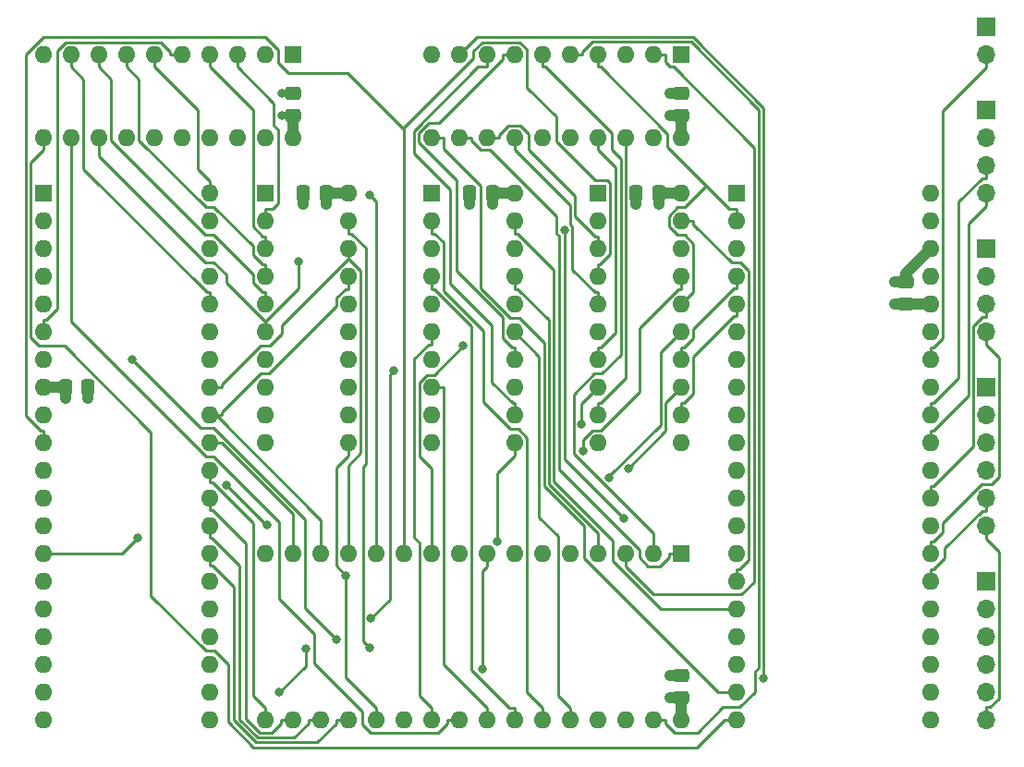
<source format=gbl>
G04 #@! TF.GenerationSoftware,KiCad,Pcbnew,6.0.5-a6ca702e91~116~ubuntu20.04.1*
G04 #@! TF.CreationDate,2022-05-31T07:59:30+02:00*
G04 #@! TF.ProjectId,PZ1_Pico,505a315f-5069-4636-9f2e-6b696361645f,rev?*
G04 #@! TF.SameCoordinates,Original*
G04 #@! TF.FileFunction,Copper,L4,Bot*
G04 #@! TF.FilePolarity,Positive*
%FSLAX46Y46*%
G04 Gerber Fmt 4.6, Leading zero omitted, Abs format (unit mm)*
G04 Created by KiCad (PCBNEW 6.0.5-a6ca702e91~116~ubuntu20.04.1) date 2022-05-31 07:59:30*
%MOMM*%
%LPD*%
G01*
G04 APERTURE LIST*
G04 Aperture macros list*
%AMRoundRect*
0 Rectangle with rounded corners*
0 $1 Rounding radius*
0 $2 $3 $4 $5 $6 $7 $8 $9 X,Y pos of 4 corners*
0 Add a 4 corners polygon primitive as box body*
4,1,4,$2,$3,$4,$5,$6,$7,$8,$9,$2,$3,0*
0 Add four circle primitives for the rounded corners*
1,1,$1+$1,$2,$3*
1,1,$1+$1,$4,$5*
1,1,$1+$1,$6,$7*
1,1,$1+$1,$8,$9*
0 Add four rect primitives between the rounded corners*
20,1,$1+$1,$2,$3,$4,$5,0*
20,1,$1+$1,$4,$5,$6,$7,0*
20,1,$1+$1,$6,$7,$8,$9,0*
20,1,$1+$1,$8,$9,$2,$3,0*%
G04 Aperture macros list end*
G04 #@! TA.AperFunction,ComponentPad*
%ADD10R,1.600000X1.600000*%
G04 #@! TD*
G04 #@! TA.AperFunction,ComponentPad*
%ADD11O,1.600000X1.600000*%
G04 #@! TD*
G04 #@! TA.AperFunction,ComponentPad*
%ADD12R,1.700000X1.700000*%
G04 #@! TD*
G04 #@! TA.AperFunction,ComponentPad*
%ADD13O,1.700000X1.700000*%
G04 #@! TD*
G04 #@! TA.AperFunction,SMDPad,CuDef*
%ADD14RoundRect,0.250000X0.337500X0.475000X-0.337500X0.475000X-0.337500X-0.475000X0.337500X-0.475000X0*%
G04 #@! TD*
G04 #@! TA.AperFunction,SMDPad,CuDef*
%ADD15RoundRect,0.250000X0.475000X-0.337500X0.475000X0.337500X-0.475000X0.337500X-0.475000X-0.337500X0*%
G04 #@! TD*
G04 #@! TA.AperFunction,SMDPad,CuDef*
%ADD16RoundRect,0.250000X-0.475000X0.337500X-0.475000X-0.337500X0.475000X-0.337500X0.475000X0.337500X0*%
G04 #@! TD*
G04 #@! TA.AperFunction,SMDPad,CuDef*
%ADD17RoundRect,0.250000X-0.337500X-0.475000X0.337500X-0.475000X0.337500X0.475000X-0.337500X0.475000X0*%
G04 #@! TD*
G04 #@! TA.AperFunction,ViaPad*
%ADD18C,0.800000*%
G04 #@! TD*
G04 #@! TA.AperFunction,Conductor*
%ADD19C,0.250000*%
G04 #@! TD*
G04 #@! TA.AperFunction,Conductor*
%ADD20C,0.635000*%
G04 #@! TD*
G04 #@! TA.AperFunction,Conductor*
%ADD21C,1.000000*%
G04 #@! TD*
G04 APERTURE END LIST*
D10*
X147320000Y-93980000D03*
D11*
X144780000Y-93980000D03*
X142240000Y-93980000D03*
X139700000Y-93980000D03*
X137160000Y-93980000D03*
X134620000Y-93980000D03*
X132080000Y-93980000D03*
X129540000Y-93980000D03*
X127000000Y-93980000D03*
X124460000Y-93980000D03*
X124460000Y-101600000D03*
X127000000Y-101600000D03*
X129540000Y-101600000D03*
X132080000Y-101600000D03*
X134620000Y-101600000D03*
X137160000Y-101600000D03*
X139700000Y-101600000D03*
X142240000Y-101600000D03*
X144780000Y-101600000D03*
X147320000Y-101600000D03*
D10*
X175260000Y-106685000D03*
D11*
X175260000Y-109225000D03*
X175260000Y-111765000D03*
X175260000Y-114305000D03*
X175260000Y-116845000D03*
X175260000Y-119385000D03*
X175260000Y-121925000D03*
X175260000Y-124465000D03*
X175260000Y-127005000D03*
X175260000Y-129545000D03*
X182880000Y-129545000D03*
X182880000Y-127005000D03*
X182880000Y-124465000D03*
X182880000Y-121925000D03*
X182880000Y-119385000D03*
X182880000Y-116845000D03*
X182880000Y-114305000D03*
X182880000Y-111765000D03*
X182880000Y-109225000D03*
X182880000Y-106685000D03*
D10*
X182880000Y-139720000D03*
D11*
X180340000Y-139720000D03*
X177800000Y-139720000D03*
X175260000Y-139720000D03*
X172720000Y-139720000D03*
X170180000Y-139720000D03*
X167640000Y-139720000D03*
X165100000Y-139720000D03*
X162560000Y-139720000D03*
X160020000Y-139720000D03*
X157480000Y-139720000D03*
X154940000Y-139720000D03*
X152400000Y-139720000D03*
X149860000Y-139720000D03*
X147320000Y-139720000D03*
X144780000Y-139720000D03*
X144780000Y-154960000D03*
X147320000Y-154960000D03*
X149860000Y-154960000D03*
X152400000Y-154960000D03*
X154940000Y-154960000D03*
X157480000Y-154960000D03*
X160020000Y-154960000D03*
X162560000Y-154960000D03*
X165100000Y-154960000D03*
X167640000Y-154960000D03*
X170180000Y-154960000D03*
X172720000Y-154960000D03*
X175260000Y-154960000D03*
X177800000Y-154960000D03*
X180340000Y-154960000D03*
X182880000Y-154960000D03*
D10*
X160020000Y-106685000D03*
D11*
X160020000Y-109225000D03*
X160020000Y-111765000D03*
X160020000Y-114305000D03*
X160020000Y-116845000D03*
X160020000Y-119385000D03*
X160020000Y-121925000D03*
X160020000Y-124465000D03*
X160020000Y-127005000D03*
X160020000Y-129545000D03*
X167640000Y-129545000D03*
X167640000Y-127005000D03*
X167640000Y-124465000D03*
X167640000Y-121925000D03*
X167640000Y-119385000D03*
X167640000Y-116845000D03*
X167640000Y-114305000D03*
X167640000Y-111765000D03*
X167640000Y-109225000D03*
X167640000Y-106685000D03*
D12*
X210820000Y-111760000D03*
D13*
X210820000Y-114300000D03*
X210820000Y-116840000D03*
X210820000Y-119380000D03*
D10*
X124455000Y-106680000D03*
D11*
X124455000Y-109220000D03*
X124455000Y-111760000D03*
X124455000Y-114300000D03*
X124455000Y-116840000D03*
X124455000Y-119380000D03*
X124455000Y-121920000D03*
X124455000Y-124460000D03*
X124455000Y-127000000D03*
X124455000Y-129540000D03*
X124455000Y-132080000D03*
X124455000Y-134620000D03*
X124455000Y-137160000D03*
X124455000Y-139700000D03*
X124455000Y-142240000D03*
X124455000Y-144780000D03*
X124455000Y-147320000D03*
X124455000Y-149860000D03*
X124455000Y-152400000D03*
X124455000Y-154940000D03*
X139695000Y-154940000D03*
X139695000Y-152400000D03*
X139695000Y-149860000D03*
X139695000Y-147320000D03*
X139695000Y-144780000D03*
X139695000Y-142240000D03*
X139695000Y-139700000D03*
X139695000Y-137160000D03*
X139695000Y-134620000D03*
X139695000Y-132080000D03*
X139695000Y-129540000D03*
X139695000Y-127000000D03*
X139695000Y-124460000D03*
X139695000Y-121920000D03*
X139695000Y-119380000D03*
X139695000Y-116840000D03*
X139695000Y-114300000D03*
X139695000Y-111760000D03*
X139695000Y-109220000D03*
X139695000Y-106680000D03*
D12*
X210820000Y-142240000D03*
D13*
X210820000Y-144780000D03*
X210820000Y-147320000D03*
X210820000Y-149860000D03*
X210820000Y-152400000D03*
X210820000Y-154940000D03*
D12*
X210820000Y-99060000D03*
D13*
X210820000Y-101600000D03*
X210820000Y-104140000D03*
X210820000Y-106680000D03*
D12*
X210820000Y-91440000D03*
D13*
X210820000Y-93980000D03*
D10*
X187960000Y-106680000D03*
D11*
X187960000Y-109220000D03*
X187960000Y-111760000D03*
X187960000Y-114300000D03*
X187960000Y-116840000D03*
X187960000Y-119380000D03*
X187960000Y-121920000D03*
X187960000Y-124460000D03*
X187960000Y-127000000D03*
X187960000Y-129540000D03*
X187960000Y-132080000D03*
X187960000Y-134620000D03*
X187960000Y-137160000D03*
X187960000Y-139700000D03*
X187960000Y-142240000D03*
X187960000Y-144780000D03*
X187960000Y-147320000D03*
X187960000Y-149860000D03*
X187960000Y-152400000D03*
X187960000Y-154940000D03*
X205740000Y-154940000D03*
X205740000Y-152400000D03*
X205740000Y-149860000D03*
X205740000Y-147320000D03*
X205740000Y-144780000D03*
X205740000Y-142240000D03*
X205740000Y-139700000D03*
X205740000Y-137160000D03*
X205740000Y-134620000D03*
X205740000Y-132080000D03*
X205740000Y-129540000D03*
X205740000Y-127000000D03*
X205740000Y-124460000D03*
X205740000Y-121920000D03*
X205740000Y-119380000D03*
X205740000Y-116840000D03*
X205740000Y-114300000D03*
X205740000Y-111760000D03*
X205740000Y-109220000D03*
X205740000Y-106680000D03*
D12*
X210820000Y-124460000D03*
D13*
X210820000Y-127000000D03*
X210820000Y-129540000D03*
X210820000Y-132080000D03*
X210820000Y-134620000D03*
X210820000Y-137160000D03*
D10*
X182880000Y-93980000D03*
D11*
X180340000Y-93980000D03*
X177800000Y-93980000D03*
X175260000Y-93980000D03*
X172720000Y-93980000D03*
X170180000Y-93980000D03*
X167640000Y-93980000D03*
X165100000Y-93980000D03*
X162560000Y-93980000D03*
X160020000Y-93980000D03*
X160020000Y-101600000D03*
X162560000Y-101600000D03*
X165100000Y-101600000D03*
X167640000Y-101600000D03*
X170180000Y-101600000D03*
X172720000Y-101600000D03*
X175260000Y-101600000D03*
X177800000Y-101600000D03*
X180340000Y-101600000D03*
X182880000Y-101600000D03*
D10*
X144780000Y-106685000D03*
D11*
X144780000Y-109225000D03*
X144780000Y-111765000D03*
X144780000Y-114305000D03*
X144780000Y-116845000D03*
X144780000Y-119385000D03*
X144780000Y-121925000D03*
X144780000Y-124465000D03*
X144780000Y-127005000D03*
X144780000Y-129545000D03*
X152400000Y-129545000D03*
X152400000Y-127005000D03*
X152400000Y-124465000D03*
X152400000Y-121925000D03*
X152400000Y-119385000D03*
X152400000Y-116845000D03*
X152400000Y-114305000D03*
X152400000Y-111765000D03*
X152400000Y-109225000D03*
X152400000Y-106685000D03*
D14*
X180848000Y-106685000D03*
X178773000Y-106685000D03*
X165608000Y-106685000D03*
X163533000Y-106685000D03*
X150368000Y-106685000D03*
X148293000Y-106685000D03*
D15*
X147320000Y-99568000D03*
X147320000Y-97493000D03*
D16*
X203454000Y-114765000D03*
X203454000Y-116840000D03*
D17*
X126487000Y-124460000D03*
X128562000Y-124460000D03*
D15*
X182880000Y-152908000D03*
X182880000Y-150833000D03*
X182880000Y-99568000D03*
X182880000Y-97493000D03*
D18*
X165998500Y-138550700D03*
X154472700Y-145640700D03*
X156583600Y-122958400D03*
X154332000Y-148280100D03*
X177629800Y-136474500D03*
X172184700Y-110049200D03*
X132616500Y-121920000D03*
X151310900Y-147554800D03*
X147856500Y-112890300D03*
X190441600Y-151107800D03*
X152129100Y-141677300D03*
X154341800Y-106806400D03*
X162933400Y-120655000D03*
X141249400Y-133442200D03*
X144991600Y-137099600D03*
X173759100Y-127836400D03*
X173877200Y-130308600D03*
X164642500Y-150299600D03*
X176293600Y-132724900D03*
X133070900Y-138282700D03*
X178032600Y-131901500D03*
X146057000Y-152400000D03*
X148473800Y-148434800D03*
X202438000Y-116840000D03*
X180848000Y-107701000D03*
X146304000Y-99568000D03*
X165608000Y-107701000D03*
X181863971Y-99568000D03*
X150368000Y-107701000D03*
X181864000Y-152908000D03*
X126487000Y-125476000D03*
X181863971Y-97493000D03*
X148293000Y-107701000D03*
X181864000Y-150833000D03*
X163533000Y-107701000D03*
X146304000Y-97493000D03*
X128519000Y-125476000D03*
X202438000Y-114765000D03*
X178773000Y-107701000D03*
D19*
X138569700Y-99055000D02*
X134620000Y-95105300D01*
X138569700Y-104429400D02*
X138569700Y-99055000D01*
X139695000Y-105554700D02*
X138569700Y-104429400D01*
X139695000Y-106680000D02*
X139695000Y-105554700D01*
X134620000Y-93980000D02*
X134620000Y-95105300D01*
X139695000Y-116840000D02*
X139695000Y-115714700D01*
X127000000Y-93980000D02*
X127000000Y-95105300D01*
X128125300Y-96230600D02*
X127000000Y-95105300D01*
X128125300Y-104426300D02*
X128125300Y-96230600D01*
X139413700Y-115714700D02*
X128125300Y-104426300D01*
X139695000Y-115714700D02*
X139413700Y-115714700D01*
X165998500Y-132311800D02*
X167640000Y-130670300D01*
X165998500Y-138550700D02*
X165998500Y-132311800D01*
X167640000Y-129545000D02*
X167640000Y-130670300D01*
X156210000Y-123332000D02*
X156583600Y-122958400D01*
X156210000Y-143903400D02*
X156210000Y-123332000D01*
X154472700Y-145640700D02*
X156210000Y-143903400D01*
X136034700Y-93698600D02*
X136034700Y-93980000D01*
X135190800Y-92854700D02*
X136034700Y-93698600D01*
X126531100Y-92854700D02*
X135190800Y-92854700D01*
X125730000Y-93655800D02*
X126531100Y-92854700D01*
X125730000Y-117261000D02*
X125730000Y-93655800D01*
X124736300Y-118254700D02*
X125730000Y-117261000D01*
X124455000Y-118254700D02*
X124736300Y-118254700D01*
X124455000Y-119380000D02*
X124455000Y-118254700D01*
X137160000Y-93980000D02*
X136034700Y-93980000D01*
X210820000Y-116840000D02*
X210820000Y-118015300D01*
X205740000Y-134620000D02*
X205740000Y-133494700D01*
X206021300Y-133494700D02*
X205740000Y-133494700D01*
X209644700Y-129871300D02*
X206021300Y-133494700D01*
X209644700Y-118883200D02*
X209644700Y-129871300D01*
X210512600Y-118015300D02*
X209644700Y-118883200D01*
X210820000Y-118015300D02*
X210512600Y-118015300D01*
X211995300Y-121730600D02*
X210820000Y-120555300D01*
X211995300Y-132663500D02*
X211995300Y-121730600D01*
X211308800Y-133350000D02*
X211995300Y-132663500D01*
X210425800Y-133350000D02*
X211308800Y-133350000D01*
X206865300Y-136910500D02*
X210425800Y-133350000D01*
X206865300Y-137730800D02*
X206865300Y-136910500D01*
X206021400Y-138574700D02*
X206865300Y-137730800D01*
X205740000Y-138574700D02*
X206021400Y-138574700D01*
X205740000Y-139700000D02*
X205740000Y-138574700D01*
X210820000Y-119380000D02*
X210820000Y-120555300D01*
X160020000Y-101600000D02*
X161145300Y-101600000D01*
X161145300Y-102625700D02*
X161145300Y-101600000D01*
X164547500Y-106027900D02*
X161145300Y-102625700D01*
X164547500Y-115398900D02*
X164547500Y-106027900D01*
X167263600Y-118115000D02*
X164547500Y-115398900D01*
X168034900Y-118115000D02*
X167263600Y-118115000D01*
X170331900Y-120412000D02*
X168034900Y-118115000D01*
X170331900Y-133522600D02*
X170331900Y-120412000D01*
X173990000Y-137180700D02*
X170331900Y-133522600D01*
X173990000Y-140082900D02*
X173990000Y-137180700D01*
X186307100Y-152400000D02*
X173990000Y-140082900D01*
X187960000Y-152400000D02*
X186307100Y-152400000D01*
X124460000Y-101600000D02*
X124460000Y-102725300D01*
X187960000Y-154940000D02*
X186834700Y-154940000D01*
X184331700Y-157443000D02*
X186834700Y-154940000D01*
X143716000Y-157443000D02*
X184331700Y-157443000D01*
X141378600Y-155105600D02*
X143716000Y-157443000D01*
X141378600Y-149869800D02*
X141378600Y-155105600D01*
X140098800Y-148590000D02*
X141378600Y-149869800D01*
X139371900Y-148590000D02*
X140098800Y-148590000D01*
X134323700Y-143541800D02*
X139371900Y-148590000D01*
X134323700Y-128588200D02*
X134323700Y-143541800D01*
X126385500Y-120650000D02*
X134323700Y-128588200D01*
X124074500Y-120650000D02*
X126385500Y-120650000D01*
X123307900Y-119883400D02*
X124074500Y-120650000D01*
X123307900Y-103877400D02*
X123307900Y-119883400D01*
X124460000Y-102725300D02*
X123307900Y-103877400D01*
X152400000Y-109225000D02*
X152400000Y-110350300D01*
X153747400Y-147695500D02*
X154332000Y-148280100D01*
X153747400Y-131705600D02*
X153747400Y-147695500D01*
X153981600Y-131471400D02*
X153747400Y-131705600D01*
X153981600Y-111650600D02*
X153981600Y-131471400D01*
X152681300Y-110350300D02*
X153981600Y-111650600D01*
X152400000Y-110350300D02*
X152681300Y-110350300D01*
X167640000Y-109225000D02*
X167640000Y-110350300D01*
X167921300Y-110350300D02*
X167640000Y-110350300D01*
X171232500Y-113661500D02*
X167921300Y-110350300D01*
X171232500Y-133052000D02*
X171232500Y-113661500D01*
X176650300Y-138469800D02*
X171232500Y-133052000D01*
X176650300Y-140387000D02*
X176650300Y-138469800D01*
X181043300Y-144780000D02*
X176650300Y-140387000D01*
X187960000Y-144780000D02*
X181043300Y-144780000D01*
X184005300Y-109506300D02*
X184005300Y-109225000D01*
X187529000Y-113030000D02*
X184005300Y-109506300D01*
X188314700Y-113030000D02*
X187529000Y-113030000D01*
X189094400Y-113809700D02*
X188314700Y-113030000D01*
X189094400Y-140261600D02*
X189094400Y-113809700D01*
X188241300Y-141114700D02*
X189094400Y-140261600D01*
X187960000Y-141114700D02*
X188241300Y-141114700D01*
X187960000Y-142240000D02*
X187960000Y-141114700D01*
X182880000Y-109225000D02*
X184005300Y-109225000D01*
X172184700Y-131029400D02*
X172184700Y-110049200D01*
X177629800Y-136474500D02*
X172184700Y-131029400D01*
X148445400Y-144689300D02*
X151310900Y-147554800D01*
X148445400Y-136528200D02*
X148445400Y-144689300D01*
X140062100Y-128144900D02*
X148445400Y-136528200D01*
X138841400Y-128144900D02*
X140062100Y-128144900D01*
X132616500Y-121920000D02*
X138841400Y-128144900D01*
X175260000Y-127005000D02*
X175260000Y-125879700D01*
X177800000Y-101600000D02*
X177800000Y-102725300D01*
X177800000Y-123621000D02*
X177800000Y-102725300D01*
X175541300Y-125879700D02*
X177800000Y-123621000D01*
X175260000Y-125879700D02*
X175541300Y-125879700D01*
X175260000Y-101600000D02*
X175260000Y-102725300D01*
X175260000Y-121925000D02*
X175260000Y-120799700D01*
X175541400Y-120799700D02*
X175260000Y-120799700D01*
X176849800Y-119491300D02*
X175541400Y-120799700D01*
X176849800Y-104315100D02*
X176849800Y-119491300D01*
X175260000Y-102725300D02*
X176849800Y-104315100D01*
X167640000Y-101600000D02*
X167640000Y-102725300D01*
X175260000Y-116845000D02*
X175260000Y-115719700D01*
X172686600Y-107771900D02*
X167640000Y-102725300D01*
X172686600Y-109525300D02*
X172686600Y-107771900D01*
X172910000Y-109748700D02*
X172686600Y-109525300D01*
X172910000Y-113651100D02*
X172910000Y-109748700D01*
X174978600Y-115719700D02*
X172910000Y-113651100D01*
X175260000Y-115719700D02*
X174978600Y-115719700D01*
X175260000Y-111765000D02*
X175260000Y-110639700D01*
X165100000Y-101600000D02*
X166225300Y-101600000D01*
X166225300Y-101318600D02*
X166225300Y-101600000D01*
X167069200Y-100474700D02*
X166225300Y-101318600D01*
X168146400Y-100474700D02*
X167069200Y-100474700D01*
X168910000Y-101238300D02*
X168146400Y-100474700D01*
X168910000Y-102721500D02*
X168910000Y-101238300D01*
X173136900Y-106948400D02*
X168910000Y-102721500D01*
X173136900Y-108798000D02*
X173136900Y-106948400D01*
X174978600Y-110639700D02*
X173136900Y-108798000D01*
X175260000Y-110639700D02*
X174978600Y-110639700D01*
X144780000Y-119385000D02*
X144780000Y-118822300D01*
X147856500Y-115388900D02*
X147856500Y-112890300D01*
X144777700Y-118467700D02*
X147856500Y-115388900D01*
X144780000Y-118470100D02*
X144777700Y-118467700D01*
X144780000Y-118822300D02*
X144780000Y-118470100D01*
X129540000Y-103256300D02*
X129540000Y-101600000D01*
X139313700Y-113030000D02*
X129540000Y-103256300D01*
X140082900Y-113030000D02*
X139313700Y-113030000D01*
X141196400Y-114143500D02*
X140082900Y-113030000D01*
X141196400Y-114886500D02*
X141196400Y-114143500D01*
X144777700Y-118467700D02*
X141196400Y-114886500D01*
X183161400Y-125879700D02*
X182880000Y-125879700D01*
X184005300Y-125035800D02*
X183161400Y-125879700D01*
X184005300Y-121638600D02*
X184005300Y-125035800D01*
X187678600Y-117965300D02*
X184005300Y-121638600D01*
X187960000Y-117965300D02*
X187678600Y-117965300D01*
X187960000Y-116840000D02*
X187960000Y-117965300D01*
X182880000Y-127005000D02*
X182880000Y-125879700D01*
X144498600Y-115719700D02*
X144780000Y-115719700D01*
X143654700Y-114875800D02*
X144498600Y-115719700D01*
X143654700Y-114122200D02*
X143654700Y-114875800D01*
X140022500Y-110490000D02*
X143654700Y-114122200D01*
X139296200Y-110490000D02*
X140022500Y-110490000D01*
X130665300Y-101859100D02*
X139296200Y-110490000D01*
X130665300Y-96230600D02*
X130665300Y-101859100D01*
X129540000Y-95105300D02*
X130665300Y-96230600D01*
X129540000Y-93980000D02*
X129540000Y-95105300D01*
X144780000Y-116845000D02*
X144780000Y-115719700D01*
X165100000Y-93980000D02*
X165100000Y-95105300D01*
X167640000Y-127005000D02*
X167640000Y-125879700D01*
X167445700Y-125879700D02*
X167640000Y-125879700D01*
X165549000Y-123983000D02*
X167445700Y-125879700D01*
X165549000Y-118755300D02*
X165549000Y-123983000D01*
X161718500Y-114924800D02*
X165549000Y-118755300D01*
X161718500Y-106309400D02*
X161718500Y-114924800D01*
X158395900Y-102986800D02*
X161718500Y-106309400D01*
X158395900Y-100976200D02*
X158395900Y-102986800D01*
X164266800Y-95105300D02*
X158395900Y-100976200D01*
X165100000Y-95105300D02*
X164266800Y-95105300D01*
X183161400Y-120799700D02*
X182880000Y-120799700D01*
X184005300Y-119955800D02*
X183161400Y-120799700D01*
X184005300Y-119098600D02*
X184005300Y-119955800D01*
X187678600Y-115425300D02*
X184005300Y-119098600D01*
X187960000Y-115425300D02*
X187678600Y-115425300D01*
X187960000Y-114300000D02*
X187960000Y-115425300D01*
X182880000Y-121925000D02*
X182880000Y-120799700D01*
X144498600Y-113179700D02*
X144780000Y-113179700D01*
X143654700Y-112335800D02*
X144498600Y-113179700D01*
X143654700Y-111526400D02*
X143654700Y-112335800D01*
X140078300Y-107950000D02*
X143654700Y-111526400D01*
X139338900Y-107950000D02*
X140078300Y-107950000D01*
X133205300Y-101816400D02*
X139338900Y-107950000D01*
X133205300Y-96230600D02*
X133205300Y-101816400D01*
X132080000Y-95105300D02*
X133205300Y-96230600D01*
X132080000Y-93980000D02*
X132080000Y-95105300D01*
X144780000Y-114305000D02*
X144780000Y-113179700D01*
X167358600Y-120799700D02*
X167640000Y-120799700D01*
X166514700Y-119955800D02*
X167358600Y-120799700D01*
X166514700Y-118003000D02*
X166514700Y-119955800D01*
X162279000Y-113767300D02*
X166514700Y-118003000D01*
X162279000Y-105450500D02*
X162279000Y-113767300D01*
X158854800Y-102026300D02*
X162279000Y-105450500D01*
X158854800Y-101154200D02*
X158854800Y-102026300D01*
X159772200Y-100236800D02*
X158854800Y-101154200D01*
X160679900Y-100236800D02*
X159772200Y-100236800D01*
X166514700Y-94402000D02*
X160679900Y-100236800D01*
X166514700Y-93980000D02*
X166514700Y-94402000D01*
X167640000Y-93980000D02*
X166514700Y-93980000D01*
X167640000Y-121925000D02*
X167640000Y-120799700D01*
X143654700Y-99060000D02*
X139700000Y-95105300D01*
X143654700Y-109747400D02*
X143654700Y-99060000D01*
X144547000Y-110639700D02*
X143654700Y-109747400D01*
X144780000Y-110639700D02*
X144547000Y-110639700D01*
X144780000Y-111765000D02*
X144780000Y-110639700D01*
X139700000Y-93980000D02*
X139700000Y-95105300D01*
X175260000Y-93980000D02*
X175260000Y-95105300D01*
X187960000Y-109220000D02*
X187960000Y-108094700D01*
X184005400Y-115719600D02*
X182880000Y-116845000D01*
X184005400Y-111298800D02*
X184005400Y-115719600D01*
X183201600Y-110495000D02*
X184005400Y-111298800D01*
X182545700Y-110495000D02*
X183201600Y-110495000D01*
X181753600Y-109702900D02*
X182545700Y-110495000D01*
X181753600Y-108741400D02*
X181753600Y-109702900D01*
X182558500Y-107936500D02*
X181753600Y-108741400D01*
X183254300Y-107936500D02*
X182558500Y-107936500D01*
X185176400Y-106014400D02*
X183254300Y-107936500D01*
X181610000Y-102448000D02*
X185176400Y-106014400D01*
X181610000Y-101207800D02*
X181610000Y-102448000D01*
X175507500Y-95105300D02*
X181610000Y-101207800D01*
X175260000Y-95105300D02*
X175507500Y-95105300D01*
X187256700Y-108094700D02*
X187960000Y-108094700D01*
X185176400Y-106014400D02*
X187256700Y-108094700D01*
X145578600Y-98443900D02*
X142240000Y-95105300D01*
X145578600Y-100474600D02*
X145578600Y-98443900D01*
X145963600Y-100859600D02*
X145578600Y-100474600D01*
X145963600Y-107619400D02*
X145963600Y-100859600D01*
X145483300Y-108099700D02*
X145963600Y-107619400D01*
X144780000Y-108099700D02*
X145483300Y-108099700D01*
X144780000Y-109225000D02*
X144780000Y-108099700D01*
X142240000Y-93980000D02*
X142240000Y-95105300D01*
X181465300Y-155241400D02*
X181465300Y-154960000D01*
X182309200Y-156085300D02*
X181465300Y-155241400D01*
X184400900Y-156085300D02*
X182309200Y-156085300D01*
X186730700Y-153755500D02*
X184400900Y-156085300D01*
X188259800Y-153755500D02*
X186730700Y-153755500D01*
X189654300Y-152361000D02*
X188259800Y-153755500D01*
X189654300Y-150485900D02*
X189654300Y-152361000D01*
X190010900Y-150129300D02*
X189654300Y-150485900D01*
X190010900Y-99050400D02*
X190010900Y-150129300D01*
X183780400Y-92819900D02*
X190010900Y-99050400D01*
X174724100Y-92819900D02*
X183780400Y-92819900D01*
X173845300Y-93698700D02*
X174724100Y-92819900D01*
X173845300Y-93980000D02*
X173845300Y-93698700D01*
X172720000Y-93980000D02*
X173845300Y-93980000D01*
X180340000Y-154960000D02*
X181465300Y-154960000D01*
X164188500Y-92351500D02*
X162560000Y-93980000D01*
X183948900Y-92351500D02*
X164188500Y-92351500D01*
X190461300Y-98863900D02*
X183948900Y-92351500D01*
X190461300Y-151088100D02*
X190461300Y-98863900D01*
X190441600Y-151107800D02*
X190461300Y-151088100D01*
X169881500Y-121626500D02*
X167640000Y-119385000D01*
X169881500Y-136389100D02*
X169881500Y-121626500D01*
X171594700Y-138102300D02*
X169881500Y-136389100D01*
X171594700Y-152709400D02*
X171594700Y-138102300D01*
X172720000Y-153834700D02*
X171594700Y-152709400D01*
X172720000Y-154960000D02*
X172720000Y-153834700D01*
X160301400Y-110350300D02*
X160020000Y-110350300D01*
X161145300Y-111194200D02*
X160301400Y-110350300D01*
X161145300Y-115637400D02*
X161145300Y-111194200D01*
X164780100Y-119272200D02*
X161145300Y-115637400D01*
X164780100Y-125811500D02*
X164780100Y-119272200D01*
X167243600Y-128275000D02*
X164780100Y-125811500D01*
X167967600Y-128275000D02*
X167243600Y-128275000D01*
X168765300Y-129072700D02*
X167967600Y-128275000D01*
X168765300Y-152420000D02*
X168765300Y-129072700D01*
X170180000Y-153834700D02*
X168765300Y-152420000D01*
X170180000Y-154960000D02*
X170180000Y-153834700D01*
X160020000Y-109225000D02*
X160020000Y-110350300D01*
X167640000Y-154960000D02*
X167640000Y-153834700D01*
X160020000Y-114305000D02*
X160020000Y-115430300D01*
X160301300Y-115430300D02*
X160020000Y-115430300D01*
X163692600Y-118821600D02*
X160301300Y-115430300D01*
X163692600Y-150375800D02*
X163692600Y-118821600D01*
X167151500Y-153834700D02*
X163692600Y-150375800D01*
X167640000Y-153834700D02*
X167151500Y-153834700D01*
X165100000Y-154960000D02*
X165100000Y-153834700D01*
X160020000Y-124465000D02*
X161145300Y-124465000D01*
X161145300Y-149880000D02*
X161145300Y-124465000D01*
X165100000Y-153834700D02*
X161145300Y-149880000D01*
X127000000Y-118442500D02*
X127000000Y-101600000D01*
X139367500Y-130810000D02*
X127000000Y-118442500D01*
X140016900Y-130810000D02*
X139367500Y-130810000D01*
X146050000Y-136843100D02*
X140016900Y-130810000D01*
X146050000Y-143810200D02*
X146050000Y-136843100D01*
X149310100Y-147070300D02*
X146050000Y-143810200D01*
X149310100Y-149763500D02*
X149310100Y-147070300D01*
X153670000Y-154123400D02*
X149310100Y-149763500D01*
X153670000Y-155330000D02*
X153670000Y-154123400D01*
X154432000Y-156092000D02*
X153670000Y-155330000D01*
X160584000Y-156092000D02*
X154432000Y-156092000D01*
X161434700Y-155241300D02*
X160584000Y-156092000D01*
X161434700Y-154960000D02*
X161434700Y-155241300D01*
X162560000Y-154960000D02*
X161434700Y-154960000D01*
X160020000Y-119385000D02*
X160020000Y-120510300D01*
X160020000Y-154960000D02*
X160020000Y-153834700D01*
X158894700Y-152709400D02*
X160020000Y-153834700D01*
X158894700Y-138660500D02*
X158894700Y-152709400D01*
X158444400Y-138210200D02*
X158894700Y-138660500D01*
X158444400Y-121804600D02*
X158444400Y-138210200D01*
X159738700Y-120510300D02*
X158444400Y-121804600D01*
X160020000Y-120510300D02*
X159738700Y-120510300D01*
X152129100Y-151023800D02*
X152129100Y-141677300D01*
X154940000Y-153834700D02*
X152129100Y-151023800D01*
X154940000Y-154960000D02*
X154940000Y-153834700D01*
X151270700Y-140818900D02*
X152129100Y-141677300D01*
X151270700Y-131799600D02*
X151270700Y-140818900D01*
X152400000Y-130670300D02*
X151270700Y-131799600D01*
X152400000Y-129545000D02*
X152400000Y-130670300D01*
X152400000Y-154960000D02*
X151274700Y-154960000D01*
X151274700Y-155241300D02*
X151274700Y-154960000D01*
X149523300Y-156992700D02*
X151274700Y-155241300D01*
X143902600Y-156992700D02*
X149523300Y-156992700D01*
X141870700Y-154960800D02*
X143902600Y-156992700D01*
X141870700Y-142719700D02*
X141870700Y-154960800D01*
X139976300Y-140825300D02*
X141870700Y-142719700D01*
X139695000Y-140825300D02*
X139976300Y-140825300D01*
X139695000Y-139700000D02*
X139695000Y-140825300D01*
X148734700Y-155241300D02*
X148734700Y-154960000D01*
X147433600Y-156542400D02*
X148734700Y-155241300D01*
X144089200Y-156542400D02*
X147433600Y-156542400D01*
X142438300Y-154891500D02*
X144089200Y-156542400D01*
X142438300Y-140817600D02*
X142438300Y-154891500D01*
X139906000Y-138285300D02*
X142438300Y-140817600D01*
X139695000Y-138285300D02*
X139906000Y-138285300D01*
X139695000Y-137160000D02*
X139695000Y-138285300D01*
X149860000Y-154960000D02*
X148734700Y-154960000D01*
X146194700Y-155241400D02*
X146194700Y-154960000D01*
X145350800Y-156085300D02*
X146194700Y-155241400D01*
X144269000Y-156085300D02*
X145350800Y-156085300D01*
X143006300Y-154822600D02*
X144269000Y-156085300D01*
X143006300Y-138775300D02*
X143006300Y-154822600D01*
X139976300Y-135745300D02*
X143006300Y-138775300D01*
X139695000Y-135745300D02*
X139976300Y-135745300D01*
X139695000Y-134620000D02*
X139695000Y-135745300D01*
X147320000Y-154960000D02*
X146194700Y-154960000D01*
X139695000Y-132080000D02*
X139695000Y-133205300D01*
X144780000Y-154960000D02*
X144780000Y-153834700D01*
X143654700Y-152709400D02*
X144780000Y-153834700D01*
X143654700Y-136883600D02*
X143654700Y-152709400D01*
X139976400Y-133205300D02*
X143654700Y-136883600D01*
X139695000Y-133205300D02*
X139976400Y-133205300D01*
X139695000Y-129540000D02*
X140820300Y-129540000D01*
X147320000Y-136039700D02*
X147320000Y-139720000D01*
X140820300Y-129540000D02*
X147320000Y-136039700D01*
X140820300Y-126718700D02*
X140820300Y-127000000D01*
X144344000Y-123195000D02*
X140820300Y-126718700D01*
X145103200Y-123195000D02*
X144344000Y-123195000D01*
X151274700Y-117023500D02*
X145103200Y-123195000D01*
X151274700Y-116274200D02*
X151274700Y-117023500D01*
X152118600Y-115430300D02*
X151274700Y-116274200D01*
X152400000Y-115430300D02*
X152118600Y-115430300D01*
X152400000Y-114305000D02*
X152400000Y-115430300D01*
X139695000Y-127000000D02*
X140257700Y-127000000D01*
X140257700Y-127000000D02*
X140820300Y-127000000D01*
X149860000Y-136602300D02*
X149860000Y-139720000D01*
X140257700Y-127000000D02*
X149860000Y-136602300D01*
X152400000Y-111765000D02*
X152400000Y-112327600D01*
X139695000Y-124460000D02*
X140820300Y-124460000D01*
X152400000Y-131626700D02*
X152400000Y-139720000D01*
X153531200Y-130495500D02*
X152400000Y-131626700D01*
X153531200Y-113754000D02*
X153531200Y-130495500D01*
X152428500Y-112651300D02*
X153531200Y-113754000D01*
X152428500Y-112356100D02*
X152428500Y-112651300D01*
X152400000Y-112327600D02*
X152428500Y-112356100D01*
X140820300Y-124178700D02*
X140820300Y-124460000D01*
X144344000Y-120655000D02*
X140820300Y-124178700D01*
X145167100Y-120655000D02*
X144344000Y-120655000D01*
X146279300Y-119542800D02*
X145167100Y-120655000D01*
X146279300Y-118800500D02*
X146279300Y-119542800D01*
X152428500Y-112651300D02*
X146279300Y-118800500D01*
X154940000Y-107404600D02*
X154940000Y-139720000D01*
X154341800Y-106806400D02*
X154940000Y-107404600D01*
X157480000Y-139720000D02*
X157480000Y-138594700D01*
X175260000Y-114305000D02*
X175260000Y-113179700D01*
X124455000Y-129540000D02*
X124455000Y-128414700D01*
X163830000Y-94310200D02*
X157368500Y-100771700D01*
X163830000Y-93641100D02*
X163830000Y-94310200D01*
X164646000Y-92825100D02*
X163830000Y-93641100D01*
X168096500Y-92825100D02*
X164646000Y-92825100D01*
X168765400Y-93494000D02*
X168096500Y-92825100D01*
X168765400Y-96977500D02*
X168765400Y-93494000D01*
X171450000Y-99662100D02*
X168765400Y-96977500D01*
X171450000Y-101959100D02*
X171450000Y-99662100D01*
X174974500Y-105483600D02*
X171450000Y-101959100D01*
X176120800Y-105483600D02*
X174974500Y-105483600D01*
X176385300Y-105748100D02*
X176120800Y-105483600D01*
X176385300Y-112247200D02*
X176385300Y-105748100D01*
X175452800Y-113179700D02*
X176385300Y-112247200D01*
X175260000Y-113179700D02*
X175452800Y-113179700D01*
X152279600Y-95682900D02*
X157368500Y-100771700D01*
X146919800Y-95682900D02*
X152279600Y-95682900D01*
X145946200Y-94709300D02*
X146919800Y-95682900D01*
X145946200Y-93505700D02*
X145946200Y-94709300D01*
X144796400Y-92355900D02*
X145946200Y-93505700D01*
X124479100Y-92355900D02*
X144796400Y-92355900D01*
X122847000Y-93988000D02*
X124479100Y-92355900D01*
X122847000Y-127088000D02*
X122847000Y-93988000D01*
X124173700Y-128414700D02*
X122847000Y-127088000D01*
X124455000Y-128414700D02*
X124173700Y-128414700D01*
X157480000Y-100883300D02*
X157480000Y-138594700D01*
X157368500Y-100771700D02*
X157480000Y-100883300D01*
X160280700Y-123307700D02*
X162933400Y-120655000D01*
X159579800Y-123307700D02*
X160280700Y-123307700D01*
X158894700Y-123992800D02*
X159579800Y-123307700D01*
X158894700Y-130763900D02*
X158894700Y-123992800D01*
X160020000Y-131889200D02*
X158894700Y-130763900D01*
X160020000Y-139720000D02*
X160020000Y-131889200D01*
X144906800Y-137099600D02*
X144991600Y-137099600D01*
X141249400Y-133442200D02*
X144906800Y-137099600D01*
X173759100Y-125965900D02*
X173759100Y-127836400D01*
X175260000Y-124465000D02*
X173759100Y-125965900D01*
X164642500Y-141302800D02*
X165100000Y-140845300D01*
X164642500Y-150299600D02*
X164642500Y-141302800D01*
X182880000Y-114305000D02*
X182880000Y-115430300D01*
X165100000Y-139720000D02*
X165100000Y-140845300D01*
X182598700Y-115430300D02*
X182880000Y-115430300D01*
X179037100Y-118991900D02*
X182598700Y-115430300D01*
X179037100Y-124887800D02*
X179037100Y-118991900D01*
X175538500Y-128386400D02*
X179037100Y-124887800D01*
X174787700Y-128386400D02*
X175538500Y-128386400D01*
X173877200Y-129296900D02*
X174787700Y-128386400D01*
X173877200Y-130308600D02*
X173877200Y-129296900D01*
X131653600Y-139700000D02*
X133070900Y-138282700D01*
X124455000Y-139700000D02*
X131653600Y-139700000D01*
X176293600Y-132614800D02*
X176293600Y-132724900D01*
X181024500Y-127883900D02*
X176293600Y-132614800D01*
X181024500Y-121240500D02*
X181024500Y-127883900D01*
X182880000Y-119385000D02*
X181024500Y-121240500D01*
X181474900Y-125870100D02*
X182880000Y-124465000D01*
X181474900Y-128459200D02*
X181474900Y-125870100D01*
X178032600Y-131901500D02*
X181474900Y-128459200D01*
X167640000Y-114305000D02*
X167640000Y-115430300D01*
X175260000Y-139720000D02*
X175260000Y-138594700D01*
X148473800Y-149983200D02*
X148473800Y-148434800D01*
X146057000Y-152400000D02*
X148473800Y-149983200D01*
X167921500Y-115430300D02*
X167640000Y-115430300D01*
X170782200Y-118291000D02*
X167921500Y-115430300D01*
X170782200Y-133335900D02*
X170782200Y-118291000D01*
X175260000Y-137813700D02*
X170782200Y-133335900D01*
X175260000Y-138594700D02*
X175260000Y-137813700D01*
X180340000Y-93980000D02*
X181465300Y-93980000D01*
X177800000Y-139720000D02*
X177800000Y-140845300D01*
X180387500Y-143432800D02*
X177800000Y-140845300D01*
X188387200Y-143432800D02*
X180387500Y-143432800D01*
X189544800Y-142275200D02*
X188387200Y-143432800D01*
X189544800Y-102476600D02*
X189544800Y-142275200D01*
X182173500Y-95105300D02*
X189544800Y-102476600D01*
X181907800Y-95105300D02*
X182173500Y-95105300D01*
X181465300Y-94662800D02*
X181907800Y-95105300D01*
X181465300Y-93980000D02*
X181465300Y-94662800D01*
X170180000Y-93980000D02*
X170180000Y-95105300D01*
X180340000Y-139720000D02*
X180340000Y-138594700D01*
X170461300Y-95105300D02*
X170180000Y-95105300D01*
X176530000Y-101174000D02*
X170461300Y-95105300D01*
X176530000Y-102725400D02*
X176530000Y-101174000D01*
X177349600Y-103545000D02*
X176530000Y-102725400D01*
X177349600Y-121477800D02*
X177349600Y-103545000D01*
X175632400Y-123195000D02*
X177349600Y-121477800D01*
X174918800Y-123195000D02*
X175632400Y-123195000D01*
X173033700Y-125080100D02*
X174918800Y-123195000D01*
X173033700Y-130545600D02*
X173033700Y-125080100D01*
X180340000Y-137851900D02*
X173033700Y-130545600D01*
X180340000Y-138594700D02*
X180340000Y-137851900D01*
X162560000Y-101600000D02*
X163685300Y-101600000D01*
X182880000Y-139720000D02*
X181754700Y-139720000D01*
X163685300Y-101881400D02*
X163685300Y-101600000D01*
X164529200Y-102725300D02*
X163685300Y-101881400D01*
X165365100Y-102725300D02*
X164529200Y-102725300D01*
X171459400Y-108819600D02*
X165365100Y-102725300D01*
X171459400Y-110349600D02*
X171459400Y-108819600D01*
X171682800Y-110573000D02*
X171459400Y-110349600D01*
X171682800Y-131983900D02*
X171682800Y-110573000D01*
X179070000Y-139371100D02*
X171682800Y-131983900D01*
X179070000Y-140060300D02*
X179070000Y-139371100D01*
X179855000Y-140845300D02*
X179070000Y-140060300D01*
X180910800Y-140845300D02*
X179855000Y-140845300D01*
X181754700Y-140001400D02*
X180910800Y-140845300D01*
X181754700Y-139720000D02*
X181754700Y-140001400D01*
X211187400Y-153764700D02*
X210820000Y-153764700D01*
X211995300Y-152956800D02*
X211187400Y-153764700D01*
X211995300Y-139510600D02*
X211995300Y-152956800D01*
X210820000Y-138335300D02*
X211995300Y-139510600D01*
X210820000Y-137160000D02*
X210820000Y-138335300D01*
X210820000Y-154940000D02*
X210820000Y-153764700D01*
X210820000Y-134620000D02*
X210820000Y-135795300D01*
X205740000Y-142240000D02*
X205740000Y-141114700D01*
X210452600Y-135795300D02*
X210820000Y-135795300D01*
X207051900Y-139196000D02*
X210452600Y-135795300D01*
X207051900Y-140084200D02*
X207051900Y-139196000D01*
X206021400Y-141114700D02*
X207051900Y-140084200D01*
X205740000Y-141114700D02*
X206021400Y-141114700D01*
X205740000Y-129540000D02*
X205740000Y-128414700D01*
X210820000Y-106680000D02*
X210820000Y-107855300D01*
X206021400Y-128414700D02*
X205740000Y-128414700D01*
X209194400Y-125241700D02*
X206021400Y-128414700D01*
X209194400Y-109480900D02*
X209194400Y-125241700D01*
X210820000Y-107855300D02*
X209194400Y-109480900D01*
X210452700Y-105315300D02*
X210820000Y-105315300D01*
X208320900Y-107447100D02*
X210452700Y-105315300D01*
X208320900Y-123575100D02*
X208320900Y-107447100D01*
X206021300Y-125874700D02*
X208320900Y-123575100D01*
X205740000Y-125874700D02*
X206021300Y-125874700D01*
X205740000Y-127000000D02*
X205740000Y-125874700D01*
X210820000Y-104140000D02*
X210820000Y-105315300D01*
X206865300Y-99110000D02*
X210820000Y-95155300D01*
X206865300Y-119950800D02*
X206865300Y-99110000D01*
X206021400Y-120794700D02*
X206865300Y-119950800D01*
X205740000Y-120794700D02*
X206021400Y-120794700D01*
X205740000Y-121920000D02*
X205740000Y-120794700D01*
X210820000Y-93980000D02*
X210820000Y-95155300D01*
D20*
X146304000Y-97493000D02*
X147320000Y-97493000D01*
D21*
X182879971Y-99568000D02*
X182879971Y-101600000D01*
X147320000Y-99568000D02*
X147320000Y-101600000D01*
X180848000Y-106685000D02*
X182880000Y-106685000D01*
X150368000Y-106685000D02*
X152400000Y-106685000D01*
X182880000Y-152908000D02*
X182880000Y-154960000D01*
X182880000Y-152908000D02*
X181864000Y-152908000D01*
X181863971Y-99568000D02*
X182879971Y-99568000D01*
X126487000Y-124460000D02*
X124455000Y-124460000D01*
X165608000Y-107701000D02*
X165608000Y-106685000D01*
X165608000Y-106685000D02*
X167640000Y-106685000D01*
X203454000Y-116840000D02*
X205740000Y-116840000D01*
X203454000Y-116840000D02*
X202438000Y-116840000D01*
X126487000Y-124460000D02*
X126487000Y-125476000D01*
X150368000Y-106685000D02*
X150368000Y-107701000D01*
X180848000Y-107701000D02*
X180848000Y-106685000D01*
X181864000Y-150833000D02*
X182880000Y-150833000D01*
X203454000Y-114765000D02*
X203454000Y-114046000D01*
X203454000Y-114765000D02*
X202438000Y-114765000D01*
X178773000Y-107701000D02*
X178773000Y-106685000D01*
X203454000Y-114046000D02*
X205740000Y-111760000D01*
X148293000Y-107701000D02*
X148293000Y-106685000D01*
X128562000Y-124460000D02*
X128519000Y-125476000D01*
X181863971Y-97493000D02*
X182879971Y-97493000D01*
X163533000Y-107701000D02*
X163533000Y-106685000D01*
M02*

</source>
